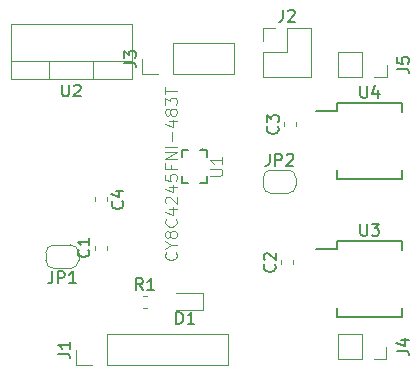
<source format=gbr>
G04 #@! TF.GenerationSoftware,KiCad,Pcbnew,(5.1.2)-2*
G04 #@! TF.CreationDate,2020-08-25T18:12:49+09:00*
G04 #@! TF.ProjectId,IRRemo,49525265-6d6f-42e6-9b69-6361645f7063,rev?*
G04 #@! TF.SameCoordinates,Original*
G04 #@! TF.FileFunction,Legend,Top*
G04 #@! TF.FilePolarity,Positive*
%FSLAX46Y46*%
G04 Gerber Fmt 4.6, Leading zero omitted, Abs format (unit mm)*
G04 Created by KiCad (PCBNEW (5.1.2)-2) date 2020-08-25 18:12:49*
%MOMM*%
%LPD*%
G04 APERTURE LIST*
%ADD10C,0.120000*%
%ADD11C,0.100000*%
%ADD12C,0.127000*%
%ADD13C,0.150000*%
%ADD14C,0.050000*%
G04 APERTURE END LIST*
D10*
X108632000Y-89170000D02*
X110032000Y-89170000D01*
X110732000Y-89870000D02*
X110732000Y-90470000D01*
X110032000Y-91170000D02*
X108632000Y-91170000D01*
X107932000Y-90470000D02*
X107932000Y-89870000D01*
X107932000Y-89870000D02*
G75*
G02X108632000Y-89170000I700000J0D01*
G01*
X108632000Y-91170000D02*
G75*
G02X107932000Y-90470000I0J700000D01*
G01*
X110732000Y-90470000D02*
G75*
G02X110032000Y-91170000I-700000J0D01*
G01*
X110032000Y-89170000D02*
G75*
G02X110732000Y-89870000I0J-700000D01*
G01*
X91632000Y-97520000D02*
X90232000Y-97520000D01*
X89532000Y-96820000D02*
X89532000Y-96220000D01*
X90232000Y-95520000D02*
X91632000Y-95520000D01*
X92332000Y-96220000D02*
X92332000Y-96820000D01*
X92332000Y-96820000D02*
G75*
G02X91632000Y-97520000I-700000J0D01*
G01*
X91632000Y-95520000D02*
G75*
G02X92332000Y-96220000I0J-700000D01*
G01*
X89532000Y-96220000D02*
G75*
G02X90232000Y-95520000I700000J0D01*
G01*
X90232000Y-97520000D02*
G75*
G02X89532000Y-96820000I0J700000D01*
G01*
D11*
X102848000Y-87340000D02*
G75*
G03X102848000Y-87340000I-50000J0D01*
G01*
D12*
X101048000Y-90270000D02*
X101578000Y-90270000D01*
X101048000Y-89700000D02*
X101048000Y-90270000D01*
X101048000Y-87530000D02*
X101578000Y-87530000D01*
X101048000Y-88100000D02*
X101048000Y-87530000D01*
X103168000Y-90270000D02*
X102638000Y-90270000D01*
X103168000Y-89700000D02*
X103168000Y-90270000D01*
X103168000Y-87530000D02*
X102638000Y-87530000D01*
X103168000Y-88100000D02*
X103168000Y-87530000D01*
D13*
X114200000Y-84191000D02*
X112450000Y-84191000D01*
X114200000Y-89946000D02*
X119700000Y-89946000D01*
X114200000Y-83536000D02*
X119700000Y-83536000D01*
X114200000Y-89946000D02*
X114200000Y-89196000D01*
X119700000Y-89946000D02*
X119700000Y-89196000D01*
X119700000Y-83536000D02*
X119700000Y-84286000D01*
X114200000Y-83536000D02*
X114200000Y-84191000D01*
X114200000Y-95875000D02*
X112450000Y-95875000D01*
X114200000Y-101630000D02*
X119700000Y-101630000D01*
X114200000Y-95220000D02*
X119700000Y-95220000D01*
X114200000Y-101630000D02*
X114200000Y-100880000D01*
X119700000Y-101630000D02*
X119700000Y-100880000D01*
X119700000Y-95220000D02*
X119700000Y-95970000D01*
X114200000Y-95220000D02*
X114200000Y-95875000D01*
D10*
X89843000Y-81502000D02*
X89843000Y-79992000D01*
X93544000Y-81502000D02*
X93544000Y-79992000D01*
X96814000Y-79992000D02*
X86574000Y-79992000D01*
X86574000Y-81502000D02*
X86574000Y-76861000D01*
X96814000Y-81502000D02*
X96814000Y-76861000D01*
X96814000Y-76861000D02*
X86574000Y-76861000D01*
X96814000Y-81502000D02*
X86574000Y-81502000D01*
X97759733Y-100840000D02*
X98102267Y-100840000D01*
X97759733Y-99820000D02*
X98102267Y-99820000D01*
X118408000Y-80264000D02*
X118408000Y-81324000D01*
X118408000Y-81324000D02*
X117348000Y-81324000D01*
X116348000Y-81324000D02*
X114288000Y-81324000D01*
X114288000Y-79204000D02*
X114288000Y-81324000D01*
X116348000Y-79204000D02*
X114288000Y-79204000D01*
X116348000Y-79204000D02*
X116348000Y-81324000D01*
X118376000Y-104140000D02*
X118376000Y-105200000D01*
X118376000Y-105200000D02*
X117316000Y-105200000D01*
X116316000Y-105200000D02*
X114256000Y-105200000D01*
X114256000Y-103080000D02*
X114256000Y-105200000D01*
X116316000Y-103080000D02*
X114256000Y-103080000D01*
X116316000Y-103080000D02*
X116316000Y-105200000D01*
X97730000Y-81086000D02*
X97730000Y-79756000D01*
X99060000Y-81086000D02*
X97730000Y-81086000D01*
X100330000Y-81086000D02*
X100330000Y-78426000D01*
X100330000Y-78426000D02*
X105470000Y-78426000D01*
X100330000Y-81086000D02*
X105470000Y-81086000D01*
X105470000Y-81086000D02*
X105470000Y-78426000D01*
X107906000Y-77172000D02*
X108966000Y-77172000D01*
X107906000Y-78232000D02*
X107906000Y-77172000D01*
X109966000Y-77172000D02*
X112026000Y-77172000D01*
X109966000Y-79232000D02*
X109966000Y-77172000D01*
X107906000Y-79232000D02*
X109966000Y-79232000D01*
X112026000Y-77172000D02*
X112026000Y-81292000D01*
X107906000Y-79232000D02*
X107906000Y-81292000D01*
X107906000Y-81292000D02*
X112026000Y-81292000D01*
X92142000Y-105724000D02*
X92142000Y-104394000D01*
X93472000Y-105724000D02*
X92142000Y-105724000D01*
X94742000Y-105724000D02*
X94742000Y-103064000D01*
X94742000Y-103064000D02*
X104962000Y-103064000D01*
X94742000Y-105724000D02*
X104962000Y-105724000D01*
X104962000Y-105724000D02*
X104962000Y-103064000D01*
X102831000Y-99595000D02*
X100546000Y-99595000D01*
X102831000Y-101065000D02*
X102831000Y-99595000D01*
X100546000Y-101065000D02*
X102831000Y-101065000D01*
X93724000Y-91505721D02*
X93724000Y-91831279D01*
X94744000Y-91505721D02*
X94744000Y-91831279D01*
X110746000Y-85481279D02*
X110746000Y-85155721D01*
X109726000Y-85481279D02*
X109726000Y-85155721D01*
X110492000Y-97165279D02*
X110492000Y-96839721D01*
X109472000Y-97165279D02*
X109472000Y-96839721D01*
X94718500Y-95920779D02*
X94718500Y-95595221D01*
X93698500Y-95920779D02*
X93698500Y-95595221D01*
D13*
X108498666Y-87822380D02*
X108498666Y-88536666D01*
X108451047Y-88679523D01*
X108355809Y-88774761D01*
X108212952Y-88822380D01*
X108117714Y-88822380D01*
X108974857Y-88822380D02*
X108974857Y-87822380D01*
X109355809Y-87822380D01*
X109451047Y-87870000D01*
X109498666Y-87917619D01*
X109546285Y-88012857D01*
X109546285Y-88155714D01*
X109498666Y-88250952D01*
X109451047Y-88298571D01*
X109355809Y-88346190D01*
X108974857Y-88346190D01*
X109927238Y-87917619D02*
X109974857Y-87870000D01*
X110070095Y-87822380D01*
X110308190Y-87822380D01*
X110403428Y-87870000D01*
X110451047Y-87917619D01*
X110498666Y-88012857D01*
X110498666Y-88108095D01*
X110451047Y-88250952D01*
X109879619Y-88822380D01*
X110498666Y-88822380D01*
X90098666Y-97772380D02*
X90098666Y-98486666D01*
X90051047Y-98629523D01*
X89955809Y-98724761D01*
X89812952Y-98772380D01*
X89717714Y-98772380D01*
X90574857Y-98772380D02*
X90574857Y-97772380D01*
X90955809Y-97772380D01*
X91051047Y-97820000D01*
X91098666Y-97867619D01*
X91146285Y-97962857D01*
X91146285Y-98105714D01*
X91098666Y-98200952D01*
X91051047Y-98248571D01*
X90955809Y-98296190D01*
X90574857Y-98296190D01*
X92098666Y-98772380D02*
X91527238Y-98772380D01*
X91812952Y-98772380D02*
X91812952Y-97772380D01*
X91717714Y-97915238D01*
X91622476Y-98010476D01*
X91527238Y-98058095D01*
D14*
X103467279Y-89662953D02*
X104277928Y-89662953D01*
X104373299Y-89615268D01*
X104420984Y-89567583D01*
X104468669Y-89472212D01*
X104468669Y-89281471D01*
X104420984Y-89186101D01*
X104373299Y-89138416D01*
X104277928Y-89090730D01*
X103467279Y-89090730D01*
X104468669Y-88089340D02*
X104468669Y-88661563D01*
X104468669Y-88375452D02*
X103467279Y-88375452D01*
X103610335Y-88470822D01*
X103705705Y-88566193D01*
X103753391Y-88661563D01*
X100557477Y-96166527D02*
X100605178Y-96214228D01*
X100652879Y-96357331D01*
X100652879Y-96452733D01*
X100605178Y-96595835D01*
X100509776Y-96691237D01*
X100414374Y-96738938D01*
X100223570Y-96786639D01*
X100080467Y-96786639D01*
X99889663Y-96738938D01*
X99794261Y-96691237D01*
X99698860Y-96595835D01*
X99651159Y-96452733D01*
X99651159Y-96357331D01*
X99698860Y-96214228D01*
X99746560Y-96166527D01*
X100175869Y-95546415D02*
X100652879Y-95546415D01*
X99651159Y-95880321D02*
X100175869Y-95546415D01*
X99651159Y-95212508D01*
X100080467Y-94735498D02*
X100032766Y-94830900D01*
X99985065Y-94878601D01*
X99889663Y-94926302D01*
X99841962Y-94926302D01*
X99746560Y-94878601D01*
X99698860Y-94830900D01*
X99651159Y-94735498D01*
X99651159Y-94544695D01*
X99698860Y-94449293D01*
X99746560Y-94401592D01*
X99841962Y-94353891D01*
X99889663Y-94353891D01*
X99985065Y-94401592D01*
X100032766Y-94449293D01*
X100080467Y-94544695D01*
X100080467Y-94735498D01*
X100128168Y-94830900D01*
X100175869Y-94878601D01*
X100271271Y-94926302D01*
X100462075Y-94926302D01*
X100557477Y-94878601D01*
X100605178Y-94830900D01*
X100652879Y-94735498D01*
X100652879Y-94544695D01*
X100605178Y-94449293D01*
X100557477Y-94401592D01*
X100462075Y-94353891D01*
X100271271Y-94353891D01*
X100175869Y-94401592D01*
X100128168Y-94449293D01*
X100080467Y-94544695D01*
X100557477Y-93352171D02*
X100605178Y-93399872D01*
X100652879Y-93542975D01*
X100652879Y-93638376D01*
X100605178Y-93781479D01*
X100509776Y-93876881D01*
X100414374Y-93924582D01*
X100223570Y-93972283D01*
X100080467Y-93972283D01*
X99889663Y-93924582D01*
X99794261Y-93876881D01*
X99698860Y-93781479D01*
X99651159Y-93638376D01*
X99651159Y-93542975D01*
X99698860Y-93399872D01*
X99746560Y-93352171D01*
X99985065Y-92493554D02*
X100652879Y-92493554D01*
X99603458Y-92732058D02*
X100318972Y-92970563D01*
X100318972Y-92350451D01*
X99746560Y-92016544D02*
X99698860Y-91968843D01*
X99651159Y-91873441D01*
X99651159Y-91634936D01*
X99698860Y-91539535D01*
X99746560Y-91491834D01*
X99841962Y-91444133D01*
X99937364Y-91444133D01*
X100080467Y-91491834D01*
X100652879Y-92064245D01*
X100652879Y-91444133D01*
X99985065Y-90585515D02*
X100652879Y-90585515D01*
X99603458Y-90824020D02*
X100318972Y-91062525D01*
X100318972Y-90442413D01*
X99651159Y-89583795D02*
X99651159Y-90060805D01*
X100128168Y-90108506D01*
X100080467Y-90060805D01*
X100032766Y-89965403D01*
X100032766Y-89726898D01*
X100080467Y-89631496D01*
X100128168Y-89583795D01*
X100223570Y-89536095D01*
X100462075Y-89536095D01*
X100557477Y-89583795D01*
X100605178Y-89631496D01*
X100652879Y-89726898D01*
X100652879Y-89965403D01*
X100605178Y-90060805D01*
X100557477Y-90108506D01*
X100128168Y-88772879D02*
X100128168Y-89106786D01*
X100652879Y-89106786D02*
X99651159Y-89106786D01*
X99651159Y-88629776D01*
X100652879Y-88248169D02*
X99651159Y-88248169D01*
X100652879Y-87675757D01*
X99651159Y-87675757D01*
X100652879Y-87198748D02*
X99651159Y-87198748D01*
X100271271Y-86721738D02*
X100271271Y-85958523D01*
X99985065Y-85052205D02*
X100652879Y-85052205D01*
X99603458Y-85290710D02*
X100318972Y-85529215D01*
X100318972Y-84909102D01*
X100080467Y-84384392D02*
X100032766Y-84479794D01*
X99985065Y-84527495D01*
X99889663Y-84575195D01*
X99841962Y-84575195D01*
X99746560Y-84527495D01*
X99698860Y-84479794D01*
X99651159Y-84384392D01*
X99651159Y-84193588D01*
X99698860Y-84098186D01*
X99746560Y-84050485D01*
X99841962Y-84002784D01*
X99889663Y-84002784D01*
X99985065Y-84050485D01*
X100032766Y-84098186D01*
X100080467Y-84193588D01*
X100080467Y-84384392D01*
X100128168Y-84479794D01*
X100175869Y-84527495D01*
X100271271Y-84575195D01*
X100462075Y-84575195D01*
X100557477Y-84527495D01*
X100605178Y-84479794D01*
X100652879Y-84384392D01*
X100652879Y-84193588D01*
X100605178Y-84098186D01*
X100557477Y-84050485D01*
X100462075Y-84002784D01*
X100271271Y-84002784D01*
X100175869Y-84050485D01*
X100128168Y-84098186D01*
X100080467Y-84193588D01*
X99651159Y-83668877D02*
X99651159Y-83048765D01*
X100032766Y-83382672D01*
X100032766Y-83239569D01*
X100080467Y-83144167D01*
X100128168Y-83096466D01*
X100223570Y-83048765D01*
X100462075Y-83048765D01*
X100557477Y-83096466D01*
X100605178Y-83144167D01*
X100652879Y-83239569D01*
X100652879Y-83525775D01*
X100605178Y-83621176D01*
X100557477Y-83668877D01*
X99651159Y-82762559D02*
X99651159Y-82190148D01*
X100652879Y-82476354D02*
X99651159Y-82476354D01*
D13*
X116188095Y-82063380D02*
X116188095Y-82872904D01*
X116235714Y-82968142D01*
X116283333Y-83015761D01*
X116378571Y-83063380D01*
X116569047Y-83063380D01*
X116664285Y-83015761D01*
X116711904Y-82968142D01*
X116759523Y-82872904D01*
X116759523Y-82063380D01*
X117664285Y-82396714D02*
X117664285Y-83063380D01*
X117426190Y-82015761D02*
X117188095Y-82730047D01*
X117807142Y-82730047D01*
X116188095Y-93747380D02*
X116188095Y-94556904D01*
X116235714Y-94652142D01*
X116283333Y-94699761D01*
X116378571Y-94747380D01*
X116569047Y-94747380D01*
X116664285Y-94699761D01*
X116711904Y-94652142D01*
X116759523Y-94556904D01*
X116759523Y-93747380D01*
X117140476Y-93747380D02*
X117759523Y-93747380D01*
X117426190Y-94128333D01*
X117569047Y-94128333D01*
X117664285Y-94175952D01*
X117711904Y-94223571D01*
X117759523Y-94318809D01*
X117759523Y-94556904D01*
X117711904Y-94652142D01*
X117664285Y-94699761D01*
X117569047Y-94747380D01*
X117283333Y-94747380D01*
X117188095Y-94699761D01*
X117140476Y-94652142D01*
X90932095Y-81954380D02*
X90932095Y-82763904D01*
X90979714Y-82859142D01*
X91027333Y-82906761D01*
X91122571Y-82954380D01*
X91313047Y-82954380D01*
X91408285Y-82906761D01*
X91455904Y-82859142D01*
X91503523Y-82763904D01*
X91503523Y-81954380D01*
X91932095Y-82049619D02*
X91979714Y-82002000D01*
X92074952Y-81954380D01*
X92313047Y-81954380D01*
X92408285Y-82002000D01*
X92455904Y-82049619D01*
X92503523Y-82144857D01*
X92503523Y-82240095D01*
X92455904Y-82382952D01*
X91884476Y-82954380D01*
X92503523Y-82954380D01*
X97764333Y-99352380D02*
X97431000Y-98876190D01*
X97192904Y-99352380D02*
X97192904Y-98352380D01*
X97573857Y-98352380D01*
X97669095Y-98400000D01*
X97716714Y-98447619D01*
X97764333Y-98542857D01*
X97764333Y-98685714D01*
X97716714Y-98780952D01*
X97669095Y-98828571D01*
X97573857Y-98876190D01*
X97192904Y-98876190D01*
X98716714Y-99352380D02*
X98145285Y-99352380D01*
X98431000Y-99352380D02*
X98431000Y-98352380D01*
X98335761Y-98495238D01*
X98240523Y-98590476D01*
X98145285Y-98638095D01*
X119300380Y-80597333D02*
X120014666Y-80597333D01*
X120157523Y-80644952D01*
X120252761Y-80740190D01*
X120300380Y-80883047D01*
X120300380Y-80978285D01*
X119300380Y-79644952D02*
X119300380Y-80121142D01*
X119776571Y-80168761D01*
X119728952Y-80121142D01*
X119681333Y-80025904D01*
X119681333Y-79787809D01*
X119728952Y-79692571D01*
X119776571Y-79644952D01*
X119871809Y-79597333D01*
X120109904Y-79597333D01*
X120205142Y-79644952D01*
X120252761Y-79692571D01*
X120300380Y-79787809D01*
X120300380Y-80025904D01*
X120252761Y-80121142D01*
X120205142Y-80168761D01*
X119268380Y-104473333D02*
X119982666Y-104473333D01*
X120125523Y-104520952D01*
X120220761Y-104616190D01*
X120268380Y-104759047D01*
X120268380Y-104854285D01*
X119601714Y-103568571D02*
X120268380Y-103568571D01*
X119220761Y-103806666D02*
X119935047Y-104044761D01*
X119935047Y-103425714D01*
X96182380Y-80089333D02*
X96896666Y-80089333D01*
X97039523Y-80136952D01*
X97134761Y-80232190D01*
X97182380Y-80375047D01*
X97182380Y-80470285D01*
X96182380Y-79708380D02*
X96182380Y-79089333D01*
X96563333Y-79422666D01*
X96563333Y-79279809D01*
X96610952Y-79184571D01*
X96658571Y-79136952D01*
X96753809Y-79089333D01*
X96991904Y-79089333D01*
X97087142Y-79136952D01*
X97134761Y-79184571D01*
X97182380Y-79279809D01*
X97182380Y-79565523D01*
X97134761Y-79660761D01*
X97087142Y-79708380D01*
X109632666Y-75624380D02*
X109632666Y-76338666D01*
X109585047Y-76481523D01*
X109489809Y-76576761D01*
X109346952Y-76624380D01*
X109251714Y-76624380D01*
X110061238Y-75719619D02*
X110108857Y-75672000D01*
X110204095Y-75624380D01*
X110442190Y-75624380D01*
X110537428Y-75672000D01*
X110585047Y-75719619D01*
X110632666Y-75814857D01*
X110632666Y-75910095D01*
X110585047Y-76052952D01*
X110013619Y-76624380D01*
X110632666Y-76624380D01*
X90594380Y-104727333D02*
X91308666Y-104727333D01*
X91451523Y-104774952D01*
X91546761Y-104870190D01*
X91594380Y-105013047D01*
X91594380Y-105108285D01*
X91594380Y-103727333D02*
X91594380Y-104298761D01*
X91594380Y-104013047D02*
X90594380Y-104013047D01*
X90737238Y-104108285D01*
X90832476Y-104203523D01*
X90880095Y-104298761D01*
X100607904Y-102212380D02*
X100607904Y-101212380D01*
X100846000Y-101212380D01*
X100988857Y-101260000D01*
X101084095Y-101355238D01*
X101131714Y-101450476D01*
X101179333Y-101640952D01*
X101179333Y-101783809D01*
X101131714Y-101974285D01*
X101084095Y-102069523D01*
X100988857Y-102164761D01*
X100846000Y-102212380D01*
X100607904Y-102212380D01*
X102131714Y-102212380D02*
X101560285Y-102212380D01*
X101846000Y-102212380D02*
X101846000Y-101212380D01*
X101750761Y-101355238D01*
X101655523Y-101450476D01*
X101560285Y-101498095D01*
X96021142Y-91835166D02*
X96068761Y-91882785D01*
X96116380Y-92025642D01*
X96116380Y-92120880D01*
X96068761Y-92263738D01*
X95973523Y-92358976D01*
X95878285Y-92406595D01*
X95687809Y-92454214D01*
X95544952Y-92454214D01*
X95354476Y-92406595D01*
X95259238Y-92358976D01*
X95164000Y-92263738D01*
X95116380Y-92120880D01*
X95116380Y-92025642D01*
X95164000Y-91882785D01*
X95211619Y-91835166D01*
X95449714Y-90978023D02*
X96116380Y-90978023D01*
X95068761Y-91216119D02*
X95783047Y-91454214D01*
X95783047Y-90835166D01*
X109163142Y-85485166D02*
X109210761Y-85532785D01*
X109258380Y-85675642D01*
X109258380Y-85770880D01*
X109210761Y-85913738D01*
X109115523Y-86008976D01*
X109020285Y-86056595D01*
X108829809Y-86104214D01*
X108686952Y-86104214D01*
X108496476Y-86056595D01*
X108401238Y-86008976D01*
X108306000Y-85913738D01*
X108258380Y-85770880D01*
X108258380Y-85675642D01*
X108306000Y-85532785D01*
X108353619Y-85485166D01*
X108258380Y-85151833D02*
X108258380Y-84532785D01*
X108639333Y-84866119D01*
X108639333Y-84723261D01*
X108686952Y-84628023D01*
X108734571Y-84580404D01*
X108829809Y-84532785D01*
X109067904Y-84532785D01*
X109163142Y-84580404D01*
X109210761Y-84628023D01*
X109258380Y-84723261D01*
X109258380Y-85008976D01*
X109210761Y-85104214D01*
X109163142Y-85151833D01*
X108909142Y-97169166D02*
X108956761Y-97216785D01*
X109004380Y-97359642D01*
X109004380Y-97454880D01*
X108956761Y-97597738D01*
X108861523Y-97692976D01*
X108766285Y-97740595D01*
X108575809Y-97788214D01*
X108432952Y-97788214D01*
X108242476Y-97740595D01*
X108147238Y-97692976D01*
X108052000Y-97597738D01*
X108004380Y-97454880D01*
X108004380Y-97359642D01*
X108052000Y-97216785D01*
X108099619Y-97169166D01*
X108099619Y-96788214D02*
X108052000Y-96740595D01*
X108004380Y-96645357D01*
X108004380Y-96407261D01*
X108052000Y-96312023D01*
X108099619Y-96264404D01*
X108194857Y-96216785D01*
X108290095Y-96216785D01*
X108432952Y-96264404D01*
X109004380Y-96835833D01*
X109004380Y-96216785D01*
X93135642Y-95924666D02*
X93183261Y-95972285D01*
X93230880Y-96115142D01*
X93230880Y-96210380D01*
X93183261Y-96353238D01*
X93088023Y-96448476D01*
X92992785Y-96496095D01*
X92802309Y-96543714D01*
X92659452Y-96543714D01*
X92468976Y-96496095D01*
X92373738Y-96448476D01*
X92278500Y-96353238D01*
X92230880Y-96210380D01*
X92230880Y-96115142D01*
X92278500Y-95972285D01*
X92326119Y-95924666D01*
X93230880Y-94972285D02*
X93230880Y-95543714D01*
X93230880Y-95258000D02*
X92230880Y-95258000D01*
X92373738Y-95353238D01*
X92468976Y-95448476D01*
X92516595Y-95543714D01*
M02*

</source>
